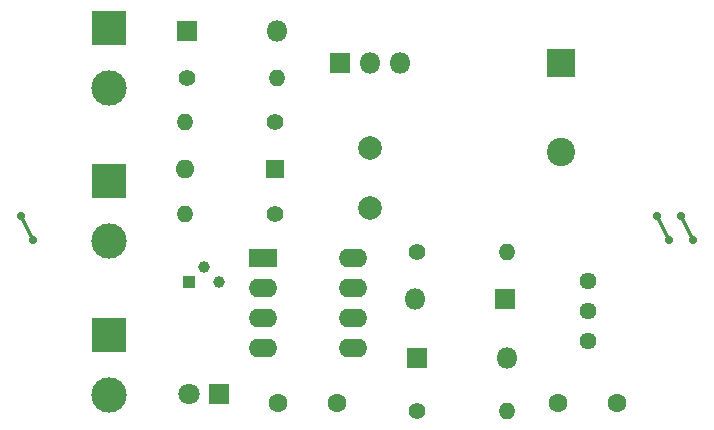
<source format=gtl>
%TF.GenerationSoftware,KiCad,Pcbnew,no-vcs-found-e2d3fce~60~ubuntu14.04.1*%
%TF.CreationDate,2017-09-23T20:39:15-03:00*%
%TF.ProjectId,RFIDZapper,524649445A61707065722E6B69636164,rev?*%
%TF.SameCoordinates,Original*%
%TF.FileFunction,Copper,L1,Top,Signal*%
%TF.FilePolarity,Positive*%
%FSLAX46Y46*%
G04 Gerber Fmt 4.6, Leading zero omitted, Abs format (unit mm)*
G04 Created by KiCad (PCBNEW no-vcs-found-e2d3fce~60~ubuntu14.04.1) date Sat Sep 23 20:39:15 2017*
%MOMM*%
%LPD*%
G01*
G04 APERTURE LIST*
%TA.AperFunction,EtchedComponent*%
%ADD10C,0.360000*%
%TD*%
%TA.AperFunction,ComponentPad*%
%ADD11C,0.700000*%
%TD*%
%TA.AperFunction,ComponentPad*%
%ADD12R,1.800000X1.800000*%
%TD*%
%TA.AperFunction,ComponentPad*%
%ADD13O,1.800000X1.800000*%
%TD*%
%TA.AperFunction,ComponentPad*%
%ADD14R,1.000000X1.000000*%
%TD*%
%TA.AperFunction,ComponentPad*%
%ADD15C,1.000000*%
%TD*%
%TA.AperFunction,ComponentPad*%
%ADD16O,1.400000X1.400000*%
%TD*%
%TA.AperFunction,ComponentPad*%
%ADD17C,1.400000*%
%TD*%
%TA.AperFunction,ComponentPad*%
%ADD18C,3.000000*%
%TD*%
%TA.AperFunction,ComponentPad*%
%ADD19R,3.000000X3.000000*%
%TD*%
%TA.AperFunction,ComponentPad*%
%ADD20C,1.600000*%
%TD*%
%TA.AperFunction,ComponentPad*%
%ADD21C,2.400000*%
%TD*%
%TA.AperFunction,ComponentPad*%
%ADD22R,2.400000X2.400000*%
%TD*%
%TA.AperFunction,ComponentPad*%
%ADD23C,1.800000*%
%TD*%
%TA.AperFunction,ComponentPad*%
%ADD24C,1.998980*%
%TD*%
%TA.AperFunction,ComponentPad*%
%ADD25C,1.440000*%
%TD*%
%TA.AperFunction,ComponentPad*%
%ADD26O,2.400000X1.600000*%
%TD*%
%TA.AperFunction,ComponentPad*%
%ADD27R,2.400000X1.600000*%
%TD*%
%TA.AperFunction,ComponentPad*%
%ADD28O,1.600000X1.600000*%
%TD*%
%TA.AperFunction,ComponentPad*%
%ADD29R,1.600000X1.600000*%
%TD*%
G04 APERTURE END LIST*
D10*
%TO.C,AE1*%
X66164000Y-132036000D02*
X67184000Y-134076000D01*
X119984000Y-132036000D02*
X121004000Y-134076000D01*
X122024000Y-132036000D02*
X123044000Y-134076000D01*
%TD*%
D11*
%TO.P,AE1,*%
%TO.N,*%
X123044000Y-134076000D03*
X122024000Y-132036000D03*
X121004000Y-134076000D03*
X119984000Y-132036000D03*
X67184000Y-134076000D03*
X66164000Y-132036000D03*
%TD*%
D12*
%TO.P,D3,1*%
%TO.N,/VHI*%
X80194000Y-116306000D03*
D13*
%TO.P,D3,2*%
%TO.N,Net-(D3-Pad2)*%
X87814000Y-116306000D03*
%TD*%
D14*
%TO.P,Q1,1*%
%TO.N,RST*%
X80394000Y-137556000D03*
D15*
%TO.P,Q1,3*%
%TO.N,GNDPWR*%
X82934000Y-137556000D03*
%TO.P,Q1,2*%
%TO.N,Net-(DZ1-Pad2)*%
X81664000Y-136286000D03*
%TD*%
D16*
%TO.P,R8,2*%
%TO.N,Net-(DZ1-Pad1)*%
X87814000Y-120306000D03*
D17*
%TO.P,R8,1*%
%TO.N,/VHI*%
X80194000Y-120306000D03*
%TD*%
D16*
%TO.P,R3,2*%
%TO.N,Net-(R2-Pad1)*%
X107264000Y-148556000D03*
D17*
%TO.P,R3,1*%
%TO.N,Net-(D2-Pad2)*%
X99644000Y-148556000D03*
%TD*%
D13*
%TO.P,Q2,3*%
%TO.N,GNDPWR*%
X98224000Y-119056000D03*
%TO.P,Q2,2*%
%TO.N,Net-(D3-Pad2)*%
X95684000Y-119056000D03*
D12*
%TO.P,Q2,1*%
%TO.N,PWM*%
X93144000Y-119056000D03*
%TD*%
D18*
%TO.P,BT1,2*%
%TO.N,GNDPWR*%
X73644000Y-147136000D03*
D19*
%TO.P,BT1,1*%
%TO.N,/VCC*%
X73644000Y-142056000D03*
%TD*%
D20*
%TO.P,C1,2*%
%TO.N,/THR*%
X111644000Y-147806000D03*
%TO.P,C1,1*%
%TO.N,GNDPWR*%
X116644000Y-147806000D03*
%TD*%
%TO.P,C2,1*%
%TO.N,/CV*%
X92894000Y-147806000D03*
%TO.P,C2,2*%
%TO.N,GNDPWR*%
X87894000Y-147806000D03*
%TD*%
D21*
%TO.P,C3,2*%
%TO.N,GNDPWR*%
X111894000Y-126556000D03*
D22*
%TO.P,C3,1*%
%TO.N,/VHI*%
X111894000Y-119056000D03*
%TD*%
D23*
%TO.P,DL1,2*%
%TO.N,Net-(DL1-Pad2)*%
X80354000Y-147056000D03*
D12*
%TO.P,DL1,1*%
%TO.N,RST*%
X82894000Y-147056000D03*
%TD*%
D24*
%TO.P,L1,2*%
%TO.N,Net-(D3-Pad2)*%
X95724000Y-126226000D03*
%TO.P,L1,1*%
%TO.N,/VLO*%
X95724000Y-131306000D03*
%TD*%
D16*
%TO.P,R1,2*%
%TO.N,Net-(R1-Pad2)*%
X107264000Y-135056000D03*
D17*
%TO.P,R1,1*%
%TO.N,Net-(D1-Pad1)*%
X99644000Y-135056000D03*
%TD*%
D25*
%TO.P,R2,3*%
%TO.N,Net-(R1-Pad2)*%
X114144000Y-137476000D03*
%TO.P,R2,2*%
%TO.N,/THR*%
X114144000Y-140016000D03*
%TO.P,R2,1*%
%TO.N,Net-(R2-Pad1)*%
X114144000Y-142556000D03*
%TD*%
D17*
%TO.P,R6,1*%
%TO.N,/VLO*%
X87644000Y-131806000D03*
D16*
%TO.P,R6,2*%
%TO.N,Net-(DL1-Pad2)*%
X80024000Y-131806000D03*
%TD*%
%TO.P,R9,2*%
%TO.N,GNDPWR*%
X80024000Y-124056000D03*
D17*
%TO.P,R9,1*%
%TO.N,Net-(DZ1-Pad1)*%
X87644000Y-124056000D03*
%TD*%
D19*
%TO.P,SW_SPST1,1*%
%TO.N,/VLO*%
X73644000Y-129056000D03*
D18*
%TO.P,SW_SPST1,2*%
%TO.N,/VCC*%
X73644000Y-134136000D03*
%TD*%
%TO.P,SW_SPST3,2*%
%TO.N,Net-(AE1-Pad1)*%
X73644000Y-121136000D03*
D19*
%TO.P,SW_SPST3,1*%
%TO.N,/VHI*%
X73644000Y-116056000D03*
%TD*%
D26*
%TO.P,U1,8*%
%TO.N,/VLO*%
X94264000Y-135556000D03*
%TO.P,U1,4*%
%TO.N,RST*%
X86644000Y-143176000D03*
%TO.P,U1,7*%
%TO.N,/DIS*%
X94264000Y-138096000D03*
%TO.P,U1,3*%
%TO.N,PWM*%
X86644000Y-140636000D03*
%TO.P,U1,6*%
%TO.N,/THR*%
X94264000Y-140636000D03*
%TO.P,U1,2*%
X86644000Y-138096000D03*
%TO.P,U1,5*%
%TO.N,/CV*%
X94264000Y-143176000D03*
D27*
%TO.P,U1,1*%
%TO.N,GNDPWR*%
X86644000Y-135556000D03*
%TD*%
D13*
%TO.P,D1,2*%
%TO.N,/DIS*%
X99524000Y-139056000D03*
D12*
%TO.P,D1,1*%
%TO.N,Net-(D1-Pad1)*%
X107144000Y-139056000D03*
%TD*%
D13*
%TO.P,D2,2*%
%TO.N,Net-(D2-Pad2)*%
X107264000Y-144056000D03*
D12*
%TO.P,D2,1*%
%TO.N,/DIS*%
X99644000Y-144056000D03*
%TD*%
D28*
%TO.P,DZ1,2*%
%TO.N,Net-(DZ1-Pad2)*%
X80024000Y-128056000D03*
D29*
%TO.P,DZ1,1*%
%TO.N,Net-(DZ1-Pad1)*%
X87644000Y-128056000D03*
%TD*%
M02*

</source>
